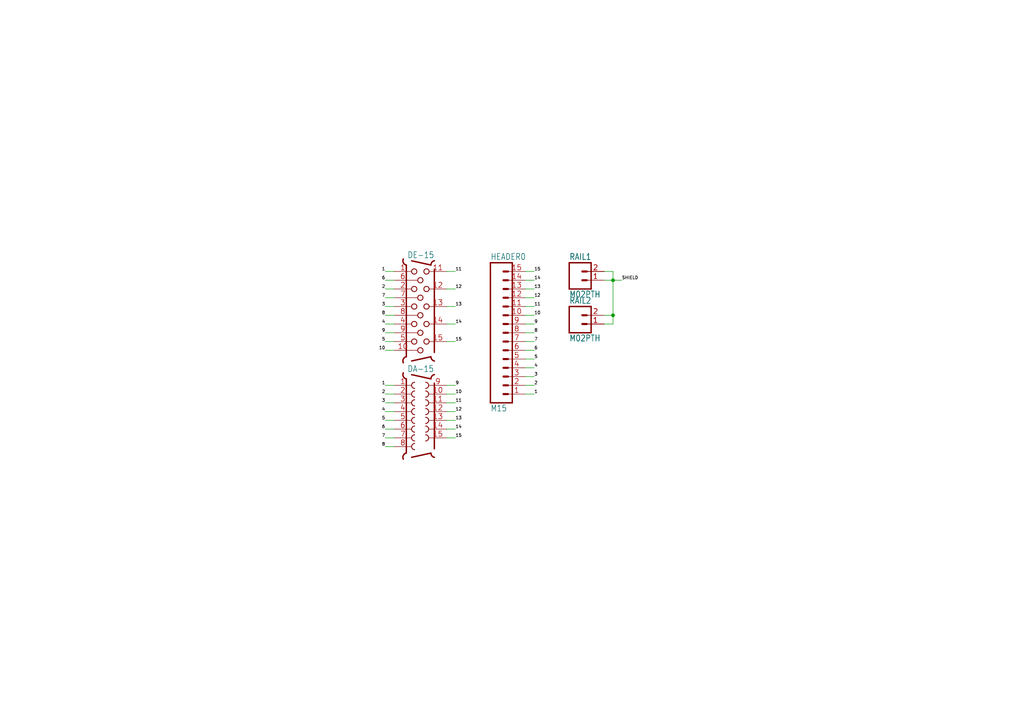
<source format=kicad_sch>
(kicad_sch (version 20250114) (generator "eeschema") (generator_version "9.0")
  (paper "A4")
  (lib_symbols
    (symbol "DA-15_DB-9_DE-15-eagle-import:F15VB"
      (property "Reference" "X" (at -3.81 11.43 0))
      (symbol "F15VB_1_0"
        (polyline (pts (xy -4.064 -12.0112) (xy -4.064 9.4712)) (stroke (width 0.4064)))
        (arc (start -4.064 9.4712) (mid -4.9294 10.1452) (end -4.9471 11.242) (stroke (width 0.4064)))
        (arc (start -4.9467 -13.7821) (mid -4.9293 -12.6853) (end -4.064 -12.0112) (stroke (width 0.4064)))
        (polyline (pts (xy -2.5226 10.7118) (xy 3.0654 9.4894)) (stroke (width 0.4064)))
        (polyline (pts (xy -2.5226 -13.2518) (xy 3.0654 -12.0294)) (stroke (width 0.4064)))
        (arc (start -1.651 6.731) (mid -2.54 7.62) (end -1.651 8.509) (stroke (width 0.254)))
        (arc (start -1.651 4.191) (mid -2.54 5.08) (end -1.651 5.969) (stroke (width 0.254)))
        (arc (start -1.651 1.651) (mid -2.54 2.54) (end -1.651 3.429) (stroke (width 0.254)))
        (arc (start -1.651 -0.889) (mid -2.54 0) (end -1.651 0.889) (stroke (width 0.254)))
        (arc (start -1.651 -3.429) (mid -2.54 -2.54) (end -1.651 -1.651) (stroke (width 0.254)))
        (arc (start -1.651 -5.969) (mid -2.54 -5.08) (end -1.651 -4.191) (stroke (width 0.254)))
        (arc (start -1.651 -8.509) (mid -2.54 -7.62) (end -1.651 -6.731) (stroke (width 0.254)))
        (arc (start -1.651 -11.049) (mid -2.54 -10.16) (end -1.651 -9.271) (stroke (width 0.254)))
        (arc (start 1.524 8.509) (mid 2.413 7.62) (end 1.524 6.731) (stroke (width 0.254)))
        (arc (start 1.524 5.969) (mid 2.413 5.08) (end 1.524 4.191) (stroke (width 0.254)))
        (arc (start 1.524 3.429) (mid 2.413 2.54) (end 1.524 1.651) (stroke (width 0.254)))
        (arc (start 1.524 0.889) (mid 2.413 0) (end 1.524 -0.889) (stroke (width 0.254)))
        (arc (start 1.524 -1.651) (mid 2.413 -2.54) (end 1.524 -3.429) (stroke (width 0.254)))
        (arc (start 1.524 -4.191) (mid 2.413 -5.08) (end 1.524 -5.969) (stroke (width 0.254)))
        (arc (start 1.524 -6.731) (mid 2.413 -7.62) (end 1.524 -8.509) (stroke (width 0.254)))
        (polyline (pts (xy 4.064 -10.7888) (xy 4.064 8.2488)) (stroke (width 0.4064)))
        (arc (start 3.0654 9.4895) (mid 3.3459 10.2859) (end 4.0638 10.7304) (stroke (width 0.4064)))
        (arc (start 4.0639 -13.27) (mid 3.3461 -12.8256) (end 3.0654 -12.0294) (stroke (width 0.4064)))
        (pin passive line (at -7.62 7.62 0) (length 5.08) (name "1") (number "1"))
        (pin passive line (at -7.62 5.08 0) (length 5.08) (name "2") (number "2"))
        (pin passive line (at -7.62 2.54 0) (length 5.08) (name "3") (number "3"))
        (pin passive line (at -7.62 0 0) (length 5.08) (name "4") (number "4"))
        (pin passive line (at -7.62 -2.54 0) (length 5.08) (name "5") (number "5"))
        (pin passive line (at -7.62 -5.08 0) (length 5.08) (name "6") (number "6"))
        (pin passive line (at -7.62 -7.62 0) (length 5.08) (name "7") (number "7"))
        (pin passive line (at -7.62 -10.16 0) (length 5.08) (name "8") (number "8"))
        (pin passive line (at 7.62 7.62 180) (length 5.08) (name "9") (number "9"))
        (pin passive line (at 7.62 5.08 180) (length 5.08) (name "10") (number "10"))
        (pin passive line (at 7.62 2.54 180) (length 5.08) (name "11") (number "11"))
        (pin passive line (at 7.62 0 180) (length 5.08) (name "12") (number "12"))
        (pin passive line (at 7.62 -2.54 180) (length 5.08) (name "13") (number "13"))
        (pin passive line (at 7.62 -5.08 180) (length 5.08) (name "14") (number "14"))
        (pin passive line (at 7.62 -7.62 180) (length 5.08) (name "15") (number "15"))
      )
    )
    (symbol "DA-15_DB-9_DE-15-eagle-import:HF15H"
      (property "Reference" "X" (at -3.81 13.97 0))
      (symbol "HF15H_1_0"
        (polyline (pts (xy -4.064 -14.5512) (xy -4.064 12.0112)) (stroke (width 0.4064)))
        (arc (start -4.064 12.0112) (mid -4.9294 12.6852) (end -4.9471 13.782) (stroke (width 0.4064)))
        (arc (start -4.9467 -16.3221) (mid -4.9293 -15.2253) (end -4.064 -14.5512) (stroke (width 0.4064)))
        (polyline (pts (xy -2.54 7.62) (xy -0.762 7.62)) (stroke (width 0.1524)))
        (polyline (pts (xy -2.54 2.54) (xy -0.762 2.54)) (stroke (width 0.1524)))
        (polyline (pts (xy -2.54 -2.54) (xy -0.762 -2.54)) (stroke (width 0.1524)))
        (polyline (pts (xy -2.54 -7.62) (xy -0.762 -7.62)) (stroke (width 0.1524)))
        (polyline (pts (xy -2.54 -12.7) (xy -0.762 -12.7)) (stroke (width 0.1524)))
        (polyline (pts (xy -2.5226 13.2518) (xy 3.0654 12.0294)) (stroke (width 0.4064)))
        (polyline (pts (xy -2.5226 -15.7918) (xy 3.0654 -14.5694)) (stroke (width 0.4064)))
        (circle (center -1.778 10.16) (radius 0.762) (stroke (width 0.254)))
        (circle (center -1.778 5.08) (radius 0.762) (stroke (width 0.254)))
        (circle (center -1.778 0) (radius 0.762) (stroke (width 0.254)))
        (circle (center -1.778 -5.08) (radius 0.762) (stroke (width 0.254)))
        (circle (center -1.778 -10.16) (radius 0.762) (stroke (width 0.254)))
        (circle (center 0 7.62) (radius 0.762) (stroke (width 0.254)))
        (circle (center 0 2.54) (radius 0.762) (stroke (width 0.254)))
        (circle (center 0 -2.54) (radius 0.762) (stroke (width 0.254)))
        (circle (center 0 -7.62) (radius 0.762) (stroke (width 0.254)))
        (circle (center 0 -12.7) (radius 0.762) (stroke (width 0.254)))
        (circle (center 1.778 10.16) (radius 0.762) (stroke (width 0.254)))
        (circle (center 1.778 5.08) (radius 0.762) (stroke (width 0.254)))
        (circle (center 1.778 0) (radius 0.762) (stroke (width 0.254)))
        (circle (center 1.778 -5.08) (radius 0.762) (stroke (width 0.254)))
        (circle (center 1.778 -10.16) (radius 0.762) (stroke (width 0.254)))
        (polyline (pts (xy 4.064 -13.3288) (xy 4.064 10.7888)) (stroke (width 0.4064)))
        (arc (start 3.0654 12.0295) (mid 3.3459 12.8259) (end 4.0638 13.2704) (stroke (width 0.4064)))
        (arc (start 4.0639 -15.81) (mid 3.3461 -15.3656) (end 3.0654 -14.5694) (stroke (width 0.4064)))
        (pin passive line (at -7.62 10.16 0) (length 5.08) (name "1") (number "1"))
        (pin passive line (at -7.62 7.62 0) (length 5.08) (name "6") (number "6"))
        (pin passive line (at -7.62 5.08 0) (length 5.08) (name "2") (number "2"))
        (pin passive line (at -7.62 2.54 0) (length 5.08) (name "7") (number "7"))
        (pin passive line (at -7.62 0 0) (length 5.08) (name "3") (number "3"))
        (pin passive line (at -7.62 -2.54 0) (length 5.08) (name "8") (number "8"))
        (pin passive line (at -7.62 -5.08 0) (length 5.08) (name "4") (number "4"))
        (pin passive line (at -7.62 -7.62 0) (length 5.08) (name "9") (number "9"))
        (pin passive line (at -7.62 -10.16 0) (length 5.08) (name "5") (number "5"))
        (pin passive line (at -7.62 -12.7 0) (length 5.08) (name "10") (number "10"))
        (pin passive line (at 7.62 10.16 180) (length 5.08) (name "11") (number "11"))
        (pin passive line (at 7.62 5.08 180) (length 5.08) (name "12") (number "12"))
        (pin passive line (at 7.62 0 180) (length 5.08) (name "13") (number "13"))
        (pin passive line (at 7.62 -5.08 180) (length 5.08) (name "14") (number "14"))
        (pin passive line (at 7.62 -10.16 180) (length 5.08) (name "15") (number "15"))
      )
    )
    (symbol "DA-15_DB-9_DE-15-eagle-import:M02PTH"
      (property "Reference" "JP" (at -2.54 5.842 0))
      (symbol "M02PTH_1_0"
        (polyline (pts (xy -2.54 5.08) (xy -2.54 -2.54)) (stroke (width 0.4064)))
        (polyline (pts (xy -2.54 5.08) (xy 3.81 5.08)) (stroke (width 0.4064)))
        (polyline (pts (xy 1.27 2.54) (xy 2.54 2.54)) (stroke (width 0.6096)))
        (polyline (pts (xy 1.27 0) (xy 2.54 0)) (stroke (width 0.6096)))
        (polyline (pts (xy 3.81 -2.54) (xy -2.54 -2.54)) (stroke (width 0.4064)))
        (polyline (pts (xy 3.81 -2.54) (xy 3.81 5.08)) (stroke (width 0.4064)))
        (pin passive line (at 7.62 2.54 180) (length 5.08) (name "2") (number "2"))
        (pin passive line (at 7.62 0 180) (length 5.08) (name "1") (number "1"))
      )
    )
    (symbol "DA-15_DB-9_DE-15-eagle-import:M15"
      (property "Reference" "JP" (at 0 21.082 0))
      (symbol "M15_1_0"
        (polyline (pts (xy 0 20.32) (xy 0 -20.32)) (stroke (width 0.4064)))
        (polyline (pts (xy 0 20.32) (xy 6.35 20.32)) (stroke (width 0.4064)))
        (polyline (pts (xy 3.81 17.78) (xy 5.08 17.78)) (stroke (width 0.6096)))
        (polyline (pts (xy 3.81 15.24) (xy 5.08 15.24)) (stroke (width 0.6096)))
        (polyline (pts (xy 3.81 12.7) (xy 5.08 12.7)) (stroke (width 0.6096)))
        (polyline (pts (xy 3.81 10.16) (xy 5.08 10.16)) (stroke (width 0.6096)))
        (polyline (pts (xy 3.81 7.62) (xy 5.08 7.62)) (stroke (width 0.6096)))
        (polyline (pts (xy 3.81 5.08) (xy 5.08 5.08)) (stroke (width 0.6096)))
        (polyline (pts (xy 3.81 2.54) (xy 5.08 2.54)) (stroke (width 0.6096)))
        (polyline (pts (xy 3.81 0) (xy 5.08 0)) (stroke (width 0.6096)))
        (polyline (pts (xy 3.81 -2.54) (xy 5.08 -2.54)) (stroke (width 0.6096)))
        (polyline (pts (xy 3.81 -5.08) (xy 5.08 -5.08)) (stroke (width 0.6096)))
        (polyline (pts (xy 3.81 -7.62) (xy 5.08 -7.62)) (stroke (width 0.6096)))
        (polyline (pts (xy 3.81 -10.16) (xy 5.08 -10.16)) (stroke (width 0.6096)))
        (polyline (pts (xy 3.81 -12.7) (xy 5.08 -12.7)) (stroke (width 0.6096)))
        (polyline (pts (xy 3.81 -15.24) (xy 5.08 -15.24)) (stroke (width 0.6096)))
        (polyline (pts (xy 3.81 -17.78) (xy 5.08 -17.78)) (stroke (width 0.6096)))
        (polyline (pts (xy 6.35 -20.32) (xy 0 -20.32)) (stroke (width 0.4064)))
        (polyline (pts (xy 6.35 -20.32) (xy 6.35 20.32)) (stroke (width 0.4064)))
        (pin passive line (at 10.16 17.78 180) (length 5.08) (name "15") (number "15"))
        (pin passive line (at 10.16 15.24 180) (length 5.08) (name "14") (number "14"))
        (pin passive line (at 10.16 12.7 180) (length 5.08) (name "13") (number "13"))
        (pin passive line (at 10.16 10.16 180) (length 5.08) (name "12") (number "12"))
        (pin passive line (at 10.16 7.62 180) (length 5.08) (name "11") (number "11"))
        (pin passive line (at 10.16 5.08 180) (length 5.08) (name "10") (number "10"))
        (pin passive line (at 10.16 2.54 180) (length 5.08) (name "9") (number "9"))
        (pin passive line (at 10.16 0 180) (length 5.08) (name "8") (number "8"))
        (pin passive line (at 10.16 -2.54 180) (length 5.08) (name "7") (number "7"))
        (pin passive line (at 10.16 -5.08 180) (length 5.08) (name "6") (number "6"))
        (pin passive line (at 10.16 -7.62 180) (length 5.08) (name "5") (number "5"))
        (pin passive line (at 10.16 -10.16 180) (length 5.08) (name "4") (number "4"))
        (pin passive line (at 10.16 -12.7 180) (length 5.08) (name "3") (number "3"))
        (pin passive line (at 10.16 -15.24 180) (length 5.08) (name "2") (number "2"))
        (pin passive line (at 10.16 -17.78 180) (length 5.08) (name "1") (number "1"))
      )
    )
  )
  (junction (at 177.8 81.28))
  (junction (at 177.8 91.44))
  (wire (pts (xy 154.94 86.36) (xy 152.4 86.36)) (stroke (width 0.1524)))
  (wire (pts (xy 114.3 93.98) (xy 111.76 93.98)) (stroke (width 0.1524)))
  (wire (pts (xy 114.3 96.52) (xy 111.76 96.52)) (stroke (width 0.1524)))
  (wire (pts (xy 154.94 91.44) (xy 152.4 91.44)) (stroke (width 0.1524)))
  (wire (pts (xy 129.54 124.46) (xy 132.08 124.46)) (stroke (width 0.1524)))
  (wire (pts (xy 129.54 78.74) (xy 132.08 78.74)) (stroke (width 0.1524)))
  (wire (pts (xy 154.94 83.82) (xy 152.4 83.82)) (stroke (width 0.1524)))
  (wire (pts (xy 154.94 81.28) (xy 152.4 81.28)) (stroke (width 0.1524)))
  (wire (pts (xy 129.54 114.3) (xy 132.08 114.3)) (stroke (width 0.1524)))
  (wire (pts (xy 154.94 96.52) (xy 152.4 96.52)) (stroke (width 0.1524)))
  (wire (pts (xy 129.54 93.98) (xy 132.08 93.98)) (stroke (width 0.1524)))
  (wire (pts (xy 175.26 91.44) (xy 177.8 91.44)) (stroke (width 0.1524)))
  (wire (pts (xy 129.54 119.38) (xy 132.08 119.38)) (stroke (width 0.1524)))
  (wire (pts (xy 114.3 83.82) (xy 111.76 83.82)) (stroke (width 0.1524)))
  (wire (pts (xy 114.3 86.36) (xy 111.76 86.36)) (stroke (width 0.1524)))
  (wire (pts (xy 175.26 78.74) (xy 177.8 78.74)) (stroke (width 0.1524)))
  (wire (pts (xy 154.94 104.14) (xy 152.4 104.14)) (stroke (width 0.1524)))
  (wire (pts (xy 154.94 109.22) (xy 152.4 109.22)) (stroke (width 0.1524)))
  (wire (pts (xy 114.3 124.46) (xy 111.76 124.46)) (stroke (width 0.1524)))
  (wire (pts (xy 114.3 78.74) (xy 111.76 78.74)) (stroke (width 0.1524)))
  (wire (pts (xy 129.54 88.9) (xy 132.08 88.9)) (stroke (width 0.1524)))
  (wire (pts (xy 114.3 88.9) (xy 111.76 88.9)) (stroke (width 0.1524)))
  (wire (pts (xy 154.94 93.98) (xy 152.4 93.98)) (stroke (width 0.1524)))
  (wire (pts (xy 114.3 127) (xy 111.76 127)) (stroke (width 0.1524)))
  (wire (pts (xy 154.94 101.6) (xy 152.4 101.6)) (stroke (width 0.1524)))
  (wire (pts (xy 114.3 129.54) (xy 111.76 129.54)) (stroke (width 0.1524)))
  (wire (pts (xy 114.3 114.3) (xy 111.76 114.3)) (stroke (width 0.1524)))
  (wire (pts (xy 114.3 91.44) (xy 111.76 91.44)) (stroke (width 0.1524)))
  (wire (pts (xy 154.94 78.74) (xy 152.4 78.74)) (stroke (width 0.1524)))
  (wire (pts (xy 129.54 121.92) (xy 132.08 121.92)) (stroke (width 0.1524)))
  (wire (pts (xy 114.3 99.06) (xy 111.76 99.06)) (stroke (width 0.1524)))
  (wire (pts (xy 114.3 116.84) (xy 111.76 116.84)) (stroke (width 0.1524)))
  (wire (pts (xy 114.3 119.38) (xy 111.76 119.38)) (stroke (width 0.1524)))
  (wire (pts (xy 154.94 106.68) (xy 152.4 106.68)) (stroke (width 0.1524)))
  (wire (pts (xy 177.8 91.44) (xy 177.8 81.28)) (stroke (width 0.1524)))
  (wire (pts (xy 129.54 83.82) (xy 132.08 83.82)) (stroke (width 0.1524)))
  (wire (pts (xy 154.94 114.3) (xy 152.4 114.3)) (stroke (width 0.1524)))
  (wire (pts (xy 154.94 88.9) (xy 152.4 88.9)) (stroke (width 0.1524)))
  (wire (pts (xy 114.3 111.76) (xy 111.76 111.76)) (stroke (width 0.1524)))
  (wire (pts (xy 114.3 101.6) (xy 111.76 101.6)) (stroke (width 0.1524)))
  (wire (pts (xy 114.3 81.28) (xy 111.76 81.28)) (stroke (width 0.1524)))
  (wire (pts (xy 114.3 121.92) (xy 111.76 121.92)) (stroke (width 0.1524)))
  (wire (pts (xy 154.94 111.76) (xy 152.4 111.76)) (stroke (width 0.1524)))
  (wire (pts (xy 154.94 99.06) (xy 152.4 99.06)) (stroke (width 0.1524)))
  (wire (pts (xy 175.26 93.98) (xy 177.8 93.98)) (stroke (width 0.1524)))
  (wire (pts (xy 177.8 81.28) (xy 180.34 81.28)) (stroke (width 0.1524)))
  (wire (pts (xy 129.54 99.06) (xy 132.08 99.06)) (stroke (width 0.1524)))
  (wire (pts (xy 177.8 78.74) (xy 177.8 81.28)) (stroke (width 0.1524)))
  (wire (pts (xy 129.54 111.76) (xy 132.08 111.76)) (stroke (width 0.1524)))
  (wire (pts (xy 175.26 81.28) (xy 177.8 81.28)) (stroke (width 0.1524)))
  (wire (pts (xy 129.54 127) (xy 132.08 127)) (stroke (width 0.1524)))
  (wire (pts (xy 129.54 116.84) (xy 132.08 116.84)) (stroke (width 0.1524)))
  (wire (pts (xy 177.8 93.98) (xy 177.8 91.44)) (stroke (width 0.1524)))
  (label "6" (at 154.94 101.6 0) (effects (font (size 0.889 0.889))))
  (label "2" (at 111.76 83.82 180) (effects (font (size 0.889 0.889))))
  (label "8" (at 154.94 96.52 0) (effects (font (size 0.889 0.889))))
  (label "6" (at 111.76 81.28 180) (effects (font (size 0.889 0.889))))
  (label "13" (at 132.08 121.92 0) (effects (font (size 0.889 0.889))))
  (label "7" (at 154.94 99.06 0) (effects (font (size 0.889 0.889))))
  (label "9" (at 132.08 111.76 0) (effects (font (size 0.889 0.889))))
  (label "11" (at 132.08 78.74 0) (effects (font (size 0.889 0.889))))
  (label "10" (at 132.08 114.3 0) (effects (font (size 0.889 0.889))))
  (label "9" (at 154.94 93.98 0) (effects (font (size 0.889 0.889))))
  (label "3" (at 111.76 116.84 180) (effects (font (size 0.889 0.889))))
  (label "3" (at 154.94 109.22 0) (effects (font (size 0.889 0.889))))
  (label "7" (at 111.76 86.36 180) (effects (font (size 0.889 0.889))))
  (label "13" (at 132.08 88.9 0) (effects (font (size 0.889 0.889))))
  (label "9" (at 111.76 96.52 180) (effects (font (size 0.889 0.889))))
  (label "1" (at 111.76 78.74 180) (effects (font (size 0.889 0.889))))
  (label "6" (at 111.76 124.46 180) (effects (font (size 0.889 0.889))))
  (label "2" (at 154.94 111.76 0) (effects (font (size 0.889 0.889))))
  (label "10" (at 111.76 101.6 180) (effects (font (size 0.889 0.889))))
  (label "5" (at 111.76 99.06 180) (effects (font (size 0.889 0.889))))
  (label "11" (at 154.94 88.9 0) (effects (font (size 0.889 0.889))))
  (label "7" (at 111.76 127 180) (effects (font (size 0.889 0.889))))
  (label "11" (at 132.08 116.84 0) (effects (font (size 0.889 0.889))))
  (label "8" (at 111.76 129.54 180) (effects (font (size 0.889 0.889))))
  (label "12" (at 132.08 119.38 0) (effects (font (size 0.889 0.889))))
  (label "15" (at 132.08 127 0) (effects (font (size 0.889 0.889))))
  (label "14" (at 132.08 124.46 0) (effects (font (size 0.889 0.889))))
  (label "15" (at 132.08 99.06 0) (effects (font (size 0.889 0.889))))
  (label "12" (at 154.94 86.36 0) (effects (font (size 0.889 0.889))))
  (label "8" (at 111.76 91.44 180) (effects (font (size 0.889 0.889))))
  (label "5" (at 111.76 121.92 180) (effects (font (size 0.889 0.889))))
  (label "1" (at 111.76 111.76 180) (effects (font (size 0.889 0.889))))
  (label "12" (at 132.08 83.82 0) (effects (font (size 0.889 0.889))))
  (label "15" (at 154.94 78.74 0) (effects (font (size 0.889 0.889))))
  (label "4" (at 111.76 119.38 180) (effects (font (size 0.889 0.889))))
  (label "10" (at 154.94 91.44 0) (effects (font (size 0.889 0.889))))
  (label "13" (at 154.94 83.82 0) (effects (font (size 0.889 0.889))))
  (label "14" (at 132.08 93.98 0) (effects (font (size 0.889 0.889))))
  (label "14" (at 154.94 81.28 0) (effects (font (size 0.889 0.889))))
  (label "4" (at 154.94 106.68 0) (effects (font (size 0.889 0.889))))
  (label "1" (at 154.94 114.3 0) (effects (font (size 0.889 0.889))))
  (label "3" (at 111.76 88.9 180) (effects (font (size 0.889 0.889))))
  (label "2" (at 111.76 114.3 180) (effects (font (size 0.889 0.889))))
  (label "5" (at 154.94 104.14 0) (effects (font (size 0.889 0.889))))
  (label "4" (at 111.76 93.98 180) (effects (font (size 0.889 0.889))))
  (label "SHIELD" (at 180.34 81.28 0) (effects (font (size 0.889 0.889))))
  (symbol (lib_id "DA-15_DB-9_DE-15-eagle-import:M15") (at 142.24 96.52 0) (unit 1)
    (property "Reference" "HEADER0" (at 142.24 75.438 0) (effects (font (size 1.778 1.5113)) (justify left bottom)))
    (property "Value" "M15" (at 142.24 119.38 0) (effects (font (size 1.778 1.5113)) (justify left bottom)))
    (property "Footprint" "DA-15_DB-9_DE-15:1X15" (effects (hide yes)))
  )
  (symbol (lib_id "DA-15_DB-9_DE-15-eagle-import:F15VB") (at 121.92 119.38 0) (unit 1)
    (property "Reference" "DA-15" (at 118.11 107.95 0) (effects (font (size 1.778 1.5113)) (justify left bottom)))
    (property "Value" "F15VB" (effects (hide yes)))
    (property "Footprint" "DA-15_DB-9_DE-15:F15VB" (effects (hide yes)))
  )
  (symbol (lib_id "DA-15_DB-9_DE-15-eagle-import:M02PTH") (at 167.64 81.28 0) (unit 1)
    (property "Reference" "RAIL1" (at 165.1 75.438 0) (effects (font (size 1.778 1.5113)) (justify left bottom)))
    (property "Value" "M02PTH" (at 165.1 86.36 0) (effects (font (size 1.778 1.5113)) (justify left bottom)))
    (property "Footprint" "DA-15_DB-9_DE-15:1X02" (effects (hide yes)))
  )
  (symbol (lib_id "DA-15_DB-9_DE-15-eagle-import:M02PTH") (at 167.64 93.98 0) (unit 1)
    (property "Reference" "RAIL2" (at 165.1 88.138 0) (effects (font (size 1.778 1.5113)) (justify left bottom)))
    (property "Value" "M02PTH" (at 165.1 99.06 0) (effects (font (size 1.778 1.5113)) (justify left bottom)))
    (property "Footprint" "DA-15_DB-9_DE-15:1X02" (effects (hide yes)))
  )
  (symbol (lib_id "DA-15_DB-9_DE-15-eagle-import:HF15H") (at 121.92 88.9 0) (unit 1)
    (property "Reference" "DE-15" (at 118.11 74.93 0) (effects (font (size 1.778 1.5113)) (justify left bottom)))
    (property "Value" "HF15H" (effects (hide yes)))
    (property "Footprint" "DA-15_DB-9_DE-15:HDF15H" (effects (hide yes)))
  )
)
</source>
